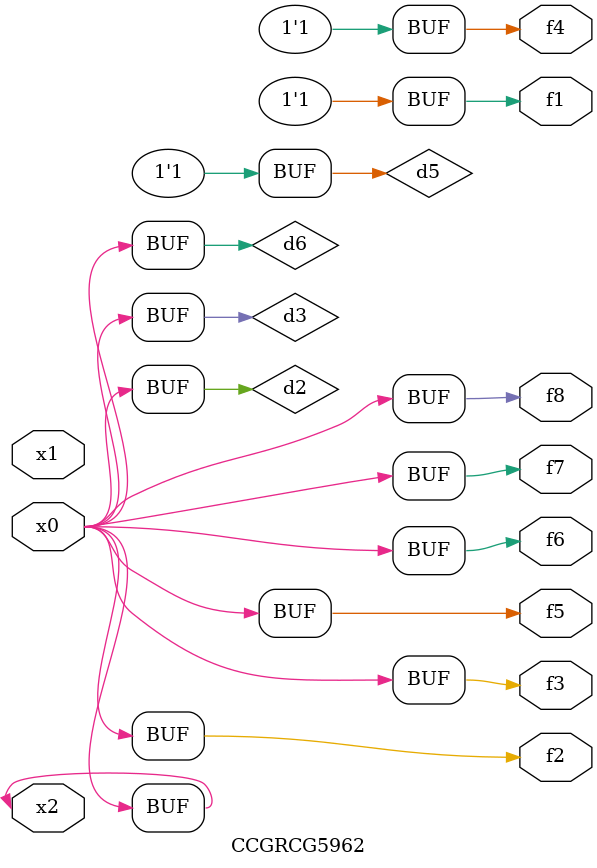
<source format=v>
module CCGRCG5962(
	input x0, x1, x2,
	output f1, f2, f3, f4, f5, f6, f7, f8
);

	wire d1, d2, d3, d4, d5, d6;

	xnor (d1, x2);
	buf (d2, x0, x2);
	and (d3, x0);
	xnor (d4, x1, x2);
	nand (d5, d1, d3);
	buf (d6, d2, d3);
	assign f1 = d5;
	assign f2 = d6;
	assign f3 = d6;
	assign f4 = d5;
	assign f5 = d6;
	assign f6 = d6;
	assign f7 = d6;
	assign f8 = d6;
endmodule

</source>
